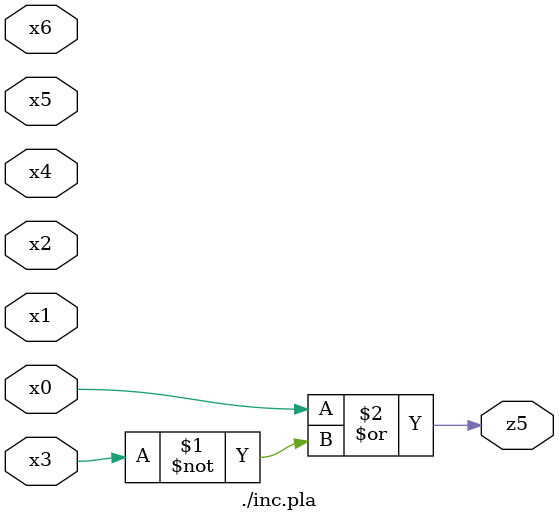
<source format=v>

module \./inc.pla  ( 
    x0, x1, x2, x3, x4, x5, x6,
    z5  );
  input  x0, x1, x2, x3, x4, x5, x6;
  output z5;
  assign z5 = x0 | ~x3;
endmodule



</source>
